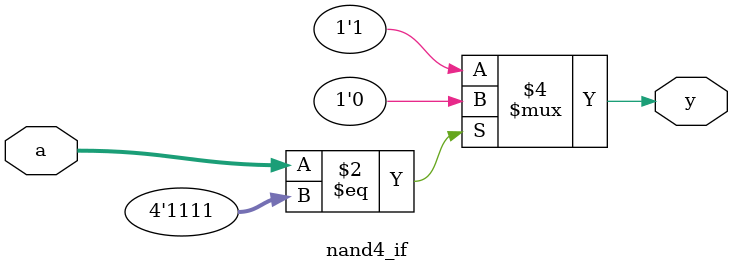
<source format=v>
module nand4_if(a,y);
   input [3:0] a;
   output reg y;

   always @(a)
   begin
      if(a == 4'b1111)
      begin
         y=1'b0;
      end
      else
      begin
         y=1'b1;
      end
   end
endmodule

</source>
